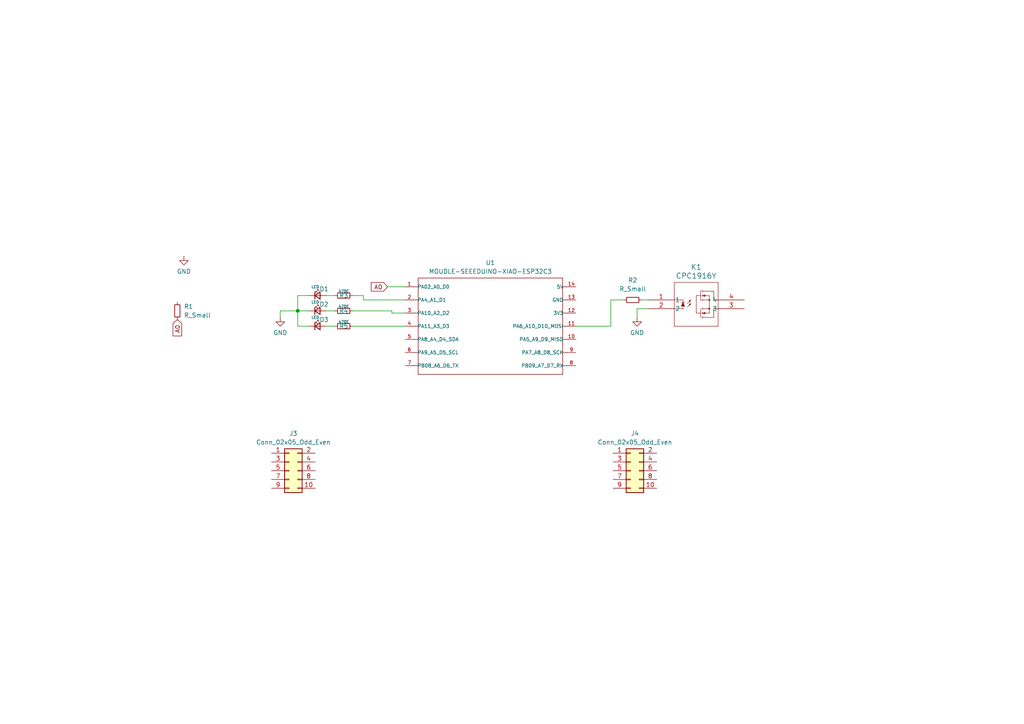
<source format=kicad_sch>
(kicad_sch (version 20250114) (generator "eeschema") (generator_version "9.0")
  (paper "A4")
  (lib_symbols
    (symbol "CPC1916Y:CPC1916Y" (pin_names (offset 0.254))
      (property "Reference" "K" (at 13.97 10.16 0))
      (property "Value" "CPC1916Y" (at 15.24 7.62 0))
      (symbol "CPC1916Y_0_1"
        (polyline (pts (xy 7.62 5.08) (xy 7.62 -7.62)) (stroke (width 0.127)))
        (polyline (pts (xy 7.62 0) (xy 10.16 0)) (stroke (width 0.127)))
        (polyline (pts (xy 7.62 -2.54) (xy 10.16 -2.54)) (stroke (width 0.127)))
        (polyline (pts (xy 7.62 -7.62) (xy 20.32 -7.62)) (stroke (width 0.127)))
        (polyline (pts (xy 9.652 -0.762) (xy 10.668 -0.762)) (stroke (width 0.127)))
        (polyline (pts (xy 10.16 -0.762) (xy 10.16 0)) (stroke (width 0.127)))
        (polyline (pts (xy 10.16 -0.762) (xy 9.652 -1.778) (xy 10.668 -1.778)) (fill (type outline)))
        (polyline (pts (xy 10.16 -2.54) (xy 10.16 -1.778)) (stroke (width 0.127)))
        (polyline (pts (xy 11.43 -1.016) (xy 12.192 -0.254)) (stroke (width 0.127)))
        (polyline (pts (xy 11.43 -2.032) (xy 12.192 -1.27)) (stroke (width 0.127)))
        (polyline (pts (xy 12.446 0) (xy 11.938 -0.254) (xy 12.192 -0.508)) (fill (type outline)))
        (polyline (pts (xy 12.446 -1.016) (xy 11.938 -1.27) (xy 12.192 -1.524)) (fill (type outline)))
        (polyline (pts (xy 13.97 1.27) (xy 13.97 -3.81)) (stroke (width 0.127)))
        (polyline (pts (xy 13.97 1.27) (xy 15.24 1.27)) (stroke (width 0.127)))
        (polyline (pts (xy 13.97 -3.81) (xy 15.24 -3.81)) (stroke (width 0.127)))
        (polyline (pts (xy 15.24 2.794) (xy 15.24 -0.254)) (stroke (width 0.127)))
        (polyline (pts (xy 15.24 -2.54) (xy 15.24 -5.08)) (stroke (width 0.127)))
        (polyline (pts (xy 15.748 2.794) (xy 15.748 2.286)) (stroke (width 0.127)))
        (polyline (pts (xy 15.748 2.54) (xy 19.05 2.54)) (stroke (width 0.127)))
        (polyline (pts (xy 15.748 1.524) (xy 15.748 1.016)) (stroke (width 0.127)))
        (polyline (pts (xy 15.748 1.27) (xy 16.51 1.016) (xy 16.51 1.524)) (fill (type outline)))
        (polyline (pts (xy 15.748 0.254) (xy 15.748 -0.254)) (stroke (width 0.127)))
        (polyline (pts (xy 15.748 -2.286) (xy 15.748 -2.794)) (stroke (width 0.127)))
        (polyline (pts (xy 15.748 -2.54) (xy 17.78 -2.54)) (stroke (width 0.127)))
        (polyline (pts (xy 15.748 -3.556) (xy 15.748 -4.064)) (stroke (width 0.127)))
        (polyline (pts (xy 15.748 -3.81) (xy 16.51 -4.064) (xy 16.51 -3.556)) (fill (type outline)))
        (polyline (pts (xy 15.748 -4.826) (xy 15.748 -5.334)) (stroke (width 0.127)))
        (polyline (pts (xy 15.748 -5.08) (xy 19.05 -5.08)) (stroke (width 0.127)))
        (polyline (pts (xy 16.51 -3.81) (xy 17.78 -3.81)) (stroke (width 0.127)))
        (polyline (pts (xy 17.78 1.27) (xy 16.51 1.27)) (stroke (width 0.127)))
        (polyline (pts (xy 17.78 0) (xy 15.748 0)) (stroke (width 0.127)))
        (circle (center 17.78 0) (radius 0.127) (stroke (width 0.254)))
        (circle (center 17.78 -2.54) (radius 0.127) (stroke (width 0.254)))
        (polyline (pts (xy 17.78 -3.81) (xy 17.78 1.27)) (stroke (width 0.127)))
        (polyline (pts (xy 19.05 2.54) (xy 19.05 0)) (stroke (width 0.127)))
        (polyline (pts (xy 19.05 0) (xy 20.32 0)) (stroke (width 0.127)))
        (polyline (pts (xy 19.05 -2.54) (xy 19.05 -5.08)) (stroke (width 0.127)))
        (polyline (pts (xy 19.05 -2.54) (xy 20.32 -2.54)) (stroke (width 0.127)))
        (polyline (pts (xy 20.32 5.08) (xy 7.62 5.08)) (stroke (width 0.127)))
        (polyline (pts (xy 20.32 -7.62) (xy 20.32 5.08)) (stroke (width 0.127)))
        (pin unspecified line (at 0 0 0) (length 7.62) (name "1") (number "1"))
        (pin unspecified line (at 0 -2.54 0) (length 7.62) (name "2") (number "2"))
        (pin unspecified line (at 27.94 0 180) (length 7.62) (name "4") (number "4"))
        (pin unspecified line (at 27.94 -2.54 180) (length 7.62) (name "3") (number "3"))
      )
    )
    (symbol "Connector_Generic:Conn_02x05_Odd_Even" (pin_names (offset 1.016) (hide yes))
      (property "Reference" "J" (at 1.27 7.62 0))
      (property "Value" "Conn_02x05_Odd_Even" (at 1.27 -7.62 0))
      (symbol "Conn_02x05_Odd_Even_1_1"
        (rectangle (start -1.27 6.35) (end 3.81 -6.35) (stroke (width 0.254)) (fill (type background)))
        (rectangle (start -1.27 5.207) (end 0 4.953) (stroke (width 0.1524)))
        (rectangle (start -1.27 2.667) (end 0 2.413) (stroke (width 0.1524)))
        (rectangle (start -1.27 0.127) (end 0 -0.127) (stroke (width 0.1524)))
        (rectangle (start -1.27 -2.413) (end 0 -2.667) (stroke (width 0.1524)))
        (rectangle (start -1.27 -4.953) (end 0 -5.207) (stroke (width 0.1524)))
        (rectangle (start 3.81 5.207) (end 2.54 4.953) (stroke (width 0.1524)))
        (rectangle (start 3.81 2.667) (end 2.54 2.413) (stroke (width 0.1524)))
        (rectangle (start 3.81 0.127) (end 2.54 -0.127) (stroke (width 0.1524)))
        (rectangle (start 3.81 -2.413) (end 2.54 -2.667) (stroke (width 0.1524)))
        (rectangle (start 3.81 -4.953) (end 2.54 -5.207) (stroke (width 0.1524)))
        (pin passive line (at -5.08 5.08 0) (length 3.81) (name "Pin_1") (number "1"))
        (pin passive line (at -5.08 2.54 0) (length 3.81) (name "Pin_3") (number "3"))
        (pin passive line (at -5.08 0 0) (length 3.81) (name "Pin_5") (number "5"))
        (pin passive line (at -5.08 -2.54 0) (length 3.81) (name "Pin_7") (number "7"))
        (pin passive line (at -5.08 -5.08 0) (length 3.81) (name "Pin_9") (number "9"))
        (pin passive line (at 7.62 5.08 180) (length 3.81) (name "Pin_2") (number "2"))
        (pin passive line (at 7.62 2.54 180) (length 3.81) (name "Pin_4") (number "4"))
        (pin passive line (at 7.62 0 180) (length 3.81) (name "Pin_6") (number "6"))
        (pin passive line (at 7.62 -2.54 180) (length 3.81) (name "Pin_8") (number "8"))
        (pin passive line (at 7.62 -5.08 180) (length 3.81) (name "Pin_10") (number "10"))
      )
    )
    (symbol "Device:LED_Small" (pin_numbers (hide yes)) (pin_names (offset 0.254) (hide yes))
      (property "Reference" "D" (at -1.27 3.175 0))
      (property "Value" "LED_Small" (at -4.445 -2.54 0))
      (symbol "LED_Small_0_1"
        (polyline (pts (xy -0.762 -1.016) (xy -0.762 1.016)) (stroke (width 0.254)))
        (polyline (pts (xy 0 0.762) (xy -0.508 1.27) (xy -0.254 1.27) (xy -0.508 1.27) (xy -0.508 1.016)))
        (polyline (pts (xy 0.508 1.27) (xy 0 1.778) (xy 0.254 1.778) (xy 0 1.778) (xy 0 1.524)))
        (polyline (pts (xy 0.762 -1.016) (xy -0.762 0) (xy 0.762 1.016) (xy 0.762 -1.016)) (stroke (width 0.254)))
        (polyline (pts (xy 1.016 0) (xy -0.762 0)))
      )
      (symbol "LED_Small_1_1"
        (pin passive line (at -2.54 0 0) (length 1.778) (name "K") (number "1"))
        (pin passive line (at 2.54 0 180) (length 1.778) (name "A") (number "2"))
      )
    )
    (symbol "Device:R_Small" (pin_numbers (hide yes)) (pin_names (offset 0.254) (hide yes))
      (property "Reference" "R" (at 0.762 0.508 0))
      (property "Value" "R_Small" (at 0.762 -1.016 0))
      (symbol "R_Small_0_1"
        (rectangle (start -0.762 1.778) (end 0.762 -1.778) (stroke (width 0.2032)))
      )
      (symbol "R_Small_1_1"
        (pin passive line (at 0 2.54 270) (length 0.762) (name "~") (number "1"))
        (pin passive line (at 0 -2.54 90) (length 0.762) (name "~") (number "2"))
      )
    )
    (symbol "MOUDLE-SEEEDUINO-XIAO-ESP32C3:MOUDLE-SEEEDUINO-XIAO-ESP32C3" (pin_names (offset 1.016))
      (property "Reference" "U" (at -21.59 15.24 0))
      (property "Value" "MOUDLE-SEEEDUINO-XIAO-ESP32C3" (at -21.59 13.97 0))
      (symbol "MOUDLE-SEEEDUINO-XIAO-ESP32C3_0_0"
        (polyline (pts (xy -21.59 13.97) (xy 20.32 13.97)) (stroke (width 0.1524)))
        (polyline (pts (xy -21.59 11.43) (xy -22.86 11.43)) (stroke (width 0.1524)))
        (polyline (pts (xy -21.59 11.43) (xy -21.59 13.97)) (stroke (width 0.1524)))
        (polyline (pts (xy -21.59 7.62) (xy -22.86 7.62)) (stroke (width 0.1524)))
        (polyline (pts (xy -21.59 7.62) (xy -21.59 11.43)) (stroke (width 0.1524)))
        (polyline (pts (xy -21.59 3.81) (xy -22.86 3.81)) (stroke (width 0.1524)))
        (polyline (pts (xy -21.59 3.81) (xy -21.59 7.62)) (stroke (width 0.1524)))
        (polyline (pts (xy -21.59 0) (xy -22.86 0)) (stroke (width 0.1524)))
        (polyline (pts (xy -21.59 0) (xy -21.59 3.81)) (stroke (width 0.1524)))
        (polyline (pts (xy -21.59 -3.81) (xy -22.86 -3.81)) (stroke (width 0.1524)))
        (polyline (pts (xy -21.59 -7.62) (xy -22.86 -7.62)) (stroke (width 0.1524)))
        (polyline (pts (xy -21.59 -11.43) (xy -22.86 -11.43)) (stroke (width 0.1524)))
        (polyline (pts (xy -21.59 -13.97) (xy -21.59 0)) (stroke (width 0.1524)))
        (polyline (pts (xy 20.32 13.97) (xy 20.32 11.43)) (stroke (width 0.1524)))
        (polyline (pts (xy 20.32 11.43) (xy 20.32 7.62)) (stroke (width 0.1524)))
        (polyline (pts (xy 20.32 7.62) (xy 20.32 3.81)) (stroke (width 0.1524)))
        (polyline (pts (xy 20.32 3.81) (xy 20.32 -13.97)) (stroke (width 0.1524)))
        (polyline (pts (xy 20.32 -13.97) (xy -21.59 -13.97)) (stroke (width 0.1524)))
        (polyline (pts (xy 21.59 11.43) (xy 20.32 11.43)) (stroke (width 0.1524)))
        (polyline (pts (xy 21.59 7.62) (xy 20.32 7.62)) (stroke (width 0.1524)))
        (polyline (pts (xy 21.59 3.81) (xy 20.32 3.81)) (stroke (width 0.1524)))
        (polyline (pts (xy 21.59 0) (xy 20.32 0)) (stroke (width 0.1524)))
        (polyline (pts (xy 21.59 -3.81) (xy 20.32 -3.81)) (stroke (width 0.1524)))
        (polyline (pts (xy 21.59 -7.62) (xy 20.32 -7.62)) (stroke (width 0.1524)))
        (polyline (pts (xy 21.59 -11.43) (xy 20.32 -11.43)) (stroke (width 0.1524)))
        (pin bidirectional line (at -25.4 11.43 0) (length 2.54) (name "PA02_A0_D0") (number "1"))
        (pin bidirectional line (at -25.4 7.62 0) (length 2.54) (name "PA4_A1_D1") (number "2"))
        (pin bidirectional line (at -25.4 3.81 0) (length 2.54) (name "PA10_A2_D2") (number "3"))
        (pin bidirectional line (at -25.4 0 0) (length 2.54) (name "PA11_A3_D3") (number "4"))
        (pin bidirectional line (at -25.4 -3.81 0) (length 2.54) (name "PA8_A4_D4_SDA") (number "5"))
        (pin bidirectional line (at -25.4 -7.62 0) (length 2.54) (name "PA9_A5_D5_SCL") (number "6"))
        (pin bidirectional line (at -25.4 -11.43 0) (length 2.54) (name "PB08_A6_D6_TX") (number "7"))
        (pin bidirectional line (at 24.13 11.43 180) (length 2.54) (name "5V") (number "14"))
        (pin bidirectional line (at 24.13 7.62 180) (length 2.54) (name "GND") (number "13"))
        (pin bidirectional line (at 24.13 3.81 180) (length 2.54) (name "3V3") (number "12"))
        (pin bidirectional line (at 24.13 0 180) (length 2.54) (name "PA6_A10_D10_MOSI") (number "11"))
        (pin bidirectional line (at 24.13 -3.81 180) (length 2.54) (name "PA5_A9_D9_MISO") (number "10"))
        (pin bidirectional line (at 24.13 -7.62 180) (length 2.54) (name "PA7_A8_D8_SCK") (number "9"))
        (pin bidirectional line (at 24.13 -11.43 180) (length 2.54) (name "PB09_A7_D7_RX") (number "8"))
      )
    )
    (symbol "power:GND" (power) (pin_names (offset 0))
      (property "Value" "GND" (at 0 -3.81 0))
      (symbol "GND_0_1"
        (polyline (pts (xy 0 0) (xy 0 -1.27) (xy 1.27 -1.27) (xy 0 -2.54) (xy -1.27 -1.27) (xy 0 -1.27)))
      )
      (symbol "GND_1_1"
        (pin power_in line (at 0 0 270) (length 0) (hide yes) (name "GND") (number "1"))
      )
    )
  )
  (junction (at 86.36 90.17))
  (wire (pts (xy 94.615 90.17) (xy 97.155 90.17)))
  (wire (pts (xy 177.165 86.995) (xy 180.975 86.995)))
  (wire (pts (xy 102.235 94.615) (xy 117.475 94.615)))
  (wire (pts (xy 184.785 89.535) (xy 187.96 89.535)))
  (wire (pts (xy 94.615 94.615) (xy 97.155 94.615)))
  (wire (pts (xy 186.055 86.995) (xy 187.96 86.995)))
  (wire (pts (xy 113.665 90.805) (xy 117.475 90.805)))
  (wire (pts (xy 184.785 92.075) (xy 184.785 89.535)))
  (wire (pts (xy 102.235 85.725) (xy 105.41 85.725)))
  (wire (pts (xy 105.41 86.995) (xy 117.475 86.995)))
  (wire (pts (xy 167.005 94.615) (xy 177.165 94.615)))
  (wire (pts (xy 86.36 85.725) (xy 86.36 90.17)))
  (wire (pts (xy 177.165 94.615) (xy 177.165 86.995)))
  (wire (pts (xy 86.36 94.615) (xy 86.36 90.17)))
  (wire (pts (xy 81.28 90.17) (xy 86.36 90.17)))
  (wire (pts (xy 113.665 90.17) (xy 113.665 90.805)))
  (wire (pts (xy 102.235 90.17) (xy 113.665 90.17)))
  (wire (pts (xy 86.36 90.17) (xy 89.535 90.17)))
  (wire (pts (xy 89.535 94.615) (xy 86.36 94.615)))
  (wire (pts (xy 81.28 92.075) (xy 81.28 90.17)))
  (wire (pts (xy 94.615 85.725) (xy 97.155 85.725)))
  (wire (pts (xy 112.395 83.185) (xy 117.475 83.185)))
  (wire (pts (xy 105.41 85.725) (xy 105.41 86.995)))
  (wire (pts (xy 89.535 85.725) (xy 86.36 85.725)))
  (global_label "A0" (shape input) (at 112.395 83.185 180) (property "Intersheetrefs" "${INTERSHEET_REFS}" (effects (hide yes))))
  (global_label "A0" (shape input) (at 51.435 92.71 270) (property "Intersheetrefs" "${INTERSHEET_REFS}" (effects (hide yes))))
  (symbol (lib_id "Device:R_Small") (at 99.695 85.725 90) (unit 1)
    (property "Reference" "R3" (at 99.695 85.725 90))
    (property "Value" "470E" (at 99.695 84.455 90) (effects (font (size 0.8 0.8))))
    (property "Footprint" "Resistor_SMD:R_0603_1608Metric" (effects (hide yes)))
  )
  (symbol (lib_id "power:GND") (at 81.28 92.075 0) (unit 1)
    (property "Reference" "#PWR03" (effects (hide yes)))
    (property "Value" "GND" (at 81.28 96.52 0))
  )
  (symbol (lib_id "Device:R_Small") (at 183.515 86.995 90) (unit 1)
    (property "Reference" "R2" (at 183.515 81.28 90))
    (property "Value" "R_Small" (at 183.515 83.82 90))
    (property "Footprint" "Resistor_SMD:R_0603_1608Metric" (effects (hide yes)))
  )
  (symbol (lib_id "Device:LED_Small") (at 92.075 94.615 0) (unit 1)
    (property "Reference" "D3" (at 93.98 92.71 0))
    (property "Value" "LED" (at 91.44 92.075 0) (effects (font (size 0.8 0.8))))
    (property "Footprint" "LED_SMD:LED_0603_1608Metric" (effects (hide yes)))
  )
  (symbol (lib_id "CPC1916Y:CPC1916Y") (at 187.96 86.995 0) (unit 1)
    (property "Reference" "K1" (at 201.93 77.47 0) (effects (font (size 1.524 1.524))))
    (property "Value" "CPC1916Y" (at 201.93 80.01 0) (effects (font (size 1.524 1.524))))
    (property "Footprint" "CPC1916Y:CPC1916Y" (effects (hide yes)))
    (property "Datasheet" "CPC1916Y" (effects (hide yes)))
  )
  (symbol (lib_id "power:GND") (at 184.785 92.075 0) (unit 1)
    (property "Reference" "#PWR02" (effects (hide yes)))
    (property "Value" "GND" (at 184.785 96.52 0))
  )
  (symbol (lib_id "Device:R_Small") (at 99.695 94.615 90) (unit 1)
    (property "Reference" "R5" (at 99.695 94.615 90))
    (property "Value" "470E" (at 99.695 93.345 90) (effects (font (size 0.8 0.8))))
    (property "Footprint" "Resistor_SMD:R_0603_1608Metric" (effects (hide yes)))
  )
  (symbol (lib_id "Connector_Generic:Conn_02x05_Odd_Even") (at 182.88 136.525 0) (unit 1)
    (property "Reference" "J4" (at 184.15 125.73 0))
    (property "Value" "Conn_02x05_Odd_Even" (at 184.15 128.27 0))
    (property "Footprint" "Connector_PinSocket_2.54mm:PinSocket_2x05_P2.54mm_Vertical" (effects (hide yes)))
  )
  (symbol (lib_id "Device:LED_Small") (at 92.075 85.725 0) (unit 1)
    (property "Reference" "D1" (at 93.98 83.82 0))
    (property "Value" "LED" (at 91.44 83.185 0) (effects (font (size 0.8 0.8))))
    (property "Footprint" "LED_SMD:LED_0603_1608Metric" (effects (hide yes)))
  )
  (symbol (lib_id "Device:LED_Small") (at 92.075 90.17 0) (unit 1)
    (property "Reference" "D2" (at 93.98 88.265 0))
    (property "Value" "LED" (at 91.44 87.63 0) (effects (font (size 0.8 0.8))))
    (property "Footprint" "LED_SMD:LED_0603_1608Metric" (effects (hide yes)))
  )
  (symbol (lib_id "MOUDLE-SEEEDUINO-XIAO-ESP32C3:MOUDLE-SEEEDUINO-XIAO-ESP32C3") (at 142.875 94.615 0) (unit 1)
    (property "Reference" "U1" (at 142.24 76.2 0))
    (property "Value" "MOUDLE-SEEEDUINO-XIAO-ESP32C3" (at 142.24 78.74 0))
    (property "Footprint" "xiao ESP32C3_PCB:MOUDLE14P-SMD-2.54-21X17.8MM" (effects (hide yes)))
  )
  (symbol (lib_id "Connector_Generic:Conn_02x05_Odd_Even") (at 83.82 136.525 0) (unit 1)
    (property "Reference" "J3" (at 85.09 125.73 0))
    (property "Value" "Conn_02x05_Odd_Even" (at 85.09 128.27 0))
    (property "Footprint" "Connector_PinSocket_2.54mm:PinSocket_2x05_P2.54mm_Vertical" (effects (hide yes)))
  )
  (symbol (lib_id "power:GND") (at 53.34 74.295 0) (unit 1)
    (property "Reference" "#PWR01" (effects (hide yes)))
    (property "Value" "GND" (at 53.34 78.74 0))
  )
  (symbol (lib_id "Device:R_Small") (at 99.695 90.17 90) (unit 1)
    (property "Reference" "R4" (at 99.695 90.17 90))
    (property "Value" "470E" (at 99.695 88.9 90) (effects (font (size 0.8 0.8))))
    (property "Footprint" "Resistor_SMD:R_0603_1608Metric" (effects (hide yes)))
  )
  (symbol (lib_id "Device:R_Small") (at 51.435 90.17 0) (unit 1)
    (property "Reference" "R1" (at 53.34 88.9 0) (effects (justify left)))
    (property "Value" "R_Small" (at 53.34 91.44 0) (effects (justify left)))
    (property "Footprint" "Resistor_SMD:R_0603_1608Metric" (effects (hide yes)))
  )
)
</source>
